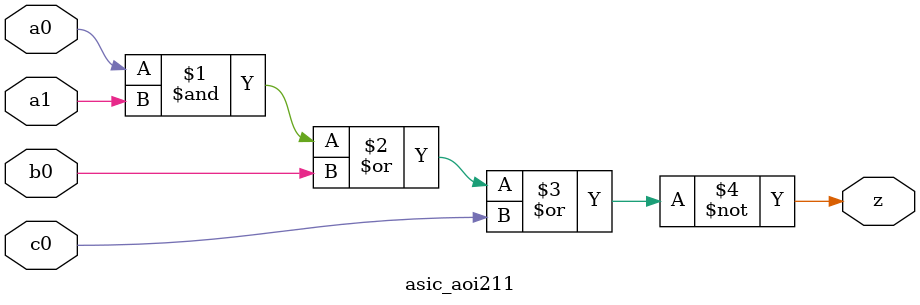
<source format=v>


module asic_aoi211 #(parameter PROP = "DEFAULT")  (
   input  a0,
   input  a1,
   input  b0,
   input  c0,
   output z
   );

   assign z = ~((a0 & a1) | b0 | c0);

endmodule

</source>
